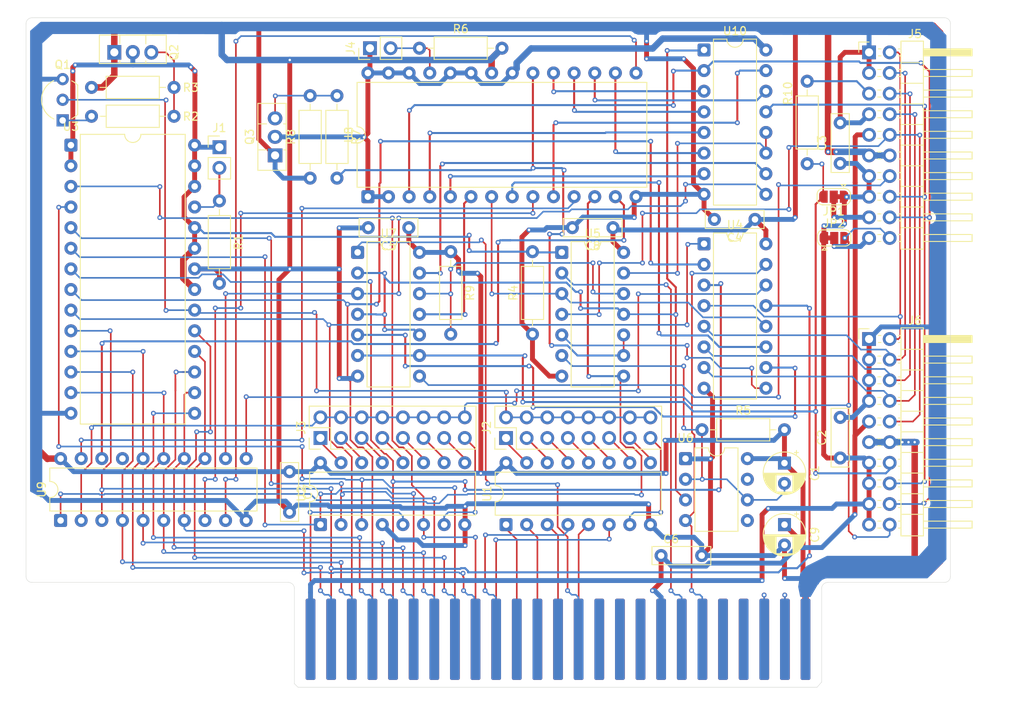
<source format=kicad_pcb>
(kicad_pcb
	(version 20241229)
	(generator "pcbnew")
	(generator_version "9.0")
	(general
		(thickness 1.6)
		(legacy_teardrops no)
	)
	(paper "A4")
	(layers
		(0 "F.Cu" signal)
		(2 "B.Cu" signal)
		(9 "F.Adhes" user "F.Adhesive")
		(11 "B.Adhes" user "B.Adhesive")
		(13 "F.Paste" user)
		(15 "B.Paste" user)
		(5 "F.SilkS" user "F.Silkscreen")
		(7 "B.SilkS" user "B.Silkscreen")
		(1 "F.Mask" user)
		(3 "B.Mask" user)
		(17 "Dwgs.User" user "User.Drawings")
		(19 "Cmts.User" user "User.Comments")
		(21 "Eco1.User" user "User.Eco1")
		(23 "Eco2.User" user "User.Eco2")
		(25 "Edge.Cuts" user)
		(27 "Margin" user)
		(31 "F.CrtYd" user "F.Courtyard")
		(29 "B.CrtYd" user "B.Courtyard")
		(35 "F.Fab" user)
		(33 "B.Fab" user)
		(39 "User.1" user)
		(41 "User.2" user)
		(43 "User.3" user)
		(45 "User.4" user)
	)
	(setup
		(pad_to_mask_clearance 0)
		(allow_soldermask_bridges_in_footprints no)
		(tenting front back)
		(pcbplotparams
			(layerselection 0x00000000_00000000_55555555_5755f5ff)
			(plot_on_all_layers_selection 0x00000000_00000000_00000000_00000000)
			(disableapertmacros no)
			(usegerberextensions no)
			(usegerberattributes yes)
			(usegerberadvancedattributes yes)
			(creategerberjobfile yes)
			(dashed_line_dash_ratio 12.000000)
			(dashed_line_gap_ratio 3.000000)
			(svgprecision 4)
			(plotframeref no)
			(mode 1)
			(useauxorigin no)
			(hpglpennumber 1)
			(hpglpenspeed 20)
			(hpglpendiameter 15.000000)
			(pdf_front_fp_property_popups yes)
			(pdf_back_fp_property_popups yes)
			(pdf_metadata yes)
			(pdf_single_document no)
			(dxfpolygonmode yes)
			(dxfimperialunits yes)
			(dxfusepcbnewfont yes)
			(psnegative no)
			(psa4output no)
			(plot_black_and_white yes)
			(sketchpadsonfab no)
			(plotpadnumbers no)
			(hidednponfab no)
			(sketchdnponfab yes)
			(crossoutdnponfab yes)
			(subtractmaskfromsilk no)
			(outputformat 1)
			(mirror no)
			(drillshape 1)
			(scaleselection 1)
			(outputdirectory "")
		)
	)
	(net 0 "")
	(net 1 "-12V")
	(net 2 "GND")
	(net 3 "+5V")
	(net 4 "Net-(U6-THR)")
	(net 5 "+12V")
	(net 6 "Net-(J1-Pin_2)")
	(net 7 "~{IOSEL}")
	(net 8 "Net-(J2-Pin_5)")
	(net 9 "Net-(J2-Pin_7)")
	(net 10 "/VCC_SWITCHED_1")
	(net 11 "Net-(J2-Pin_15)")
	(net 12 "Net-(J2-Pin_3)")
	(net 13 "Net-(J2-Pin_9)")
	(net 14 "Net-(J2-Pin_11)")
	(net 15 "Net-(J2-Pin_13)")
	(net 16 "Net-(J2-Pin_1)")
	(net 17 "Net-(J3-Pin_11)")
	(net 18 "Net-(J3-Pin_5)")
	(net 19 "Net-(J3-Pin_7)")
	(net 20 "Net-(J3-Pin_9)")
	(net 21 "Net-(J3-Pin_1)")
	(net 22 "Net-(J3-Pin_13)")
	(net 23 "Net-(J3-Pin_15)")
	(net 24 "Net-(J3-Pin_3)")
	(net 25 "Net-(J4-Pin_2)")
	(net 26 "/PH1")
	(net 27 "/PH0")
	(net 28 "/WR DATA")
	(net 29 "/W PROT")
	(net 30 "/RD DATA")
	(net 31 "/PH2")
	(net 32 "/PH3")
	(net 33 "Net-(J5-Pin_17)")
	(net 34 "/WR REQ")
	(net 35 "Net-(J5-Pin_19)")
	(net 36 "/~{ENBL 1}")
	(net 37 "Net-(J5-Pin_5)")
	(net 38 "/~{ENBL 2}")
	(net 39 "A12")
	(net 40 "D0")
	(net 41 "A10")
	(net 42 "A3")
	(net 43 "A14")
	(net 44 "D3")
	(net 45 "unconnected-(P1-Pin_40-Pad40)")
	(net 46 "2M")
	(net 47 "~{RESET}")
	(net 48 "unconnected-(P1-Pin_30-Pad30)")
	(net 49 "A4")
	(net 50 "~{EXTC}")
	(net 51 "unconnected-(P1-Pin_18-Pad18)")
	(net 52 "unconnected-(P1-Pin_38-Pad38)")
	(net 53 "D1")
	(net 54 "unconnected-(P1-Pin_29-Pad29)")
	(net 55 "A0")
	(net 56 "A15")
	(net 57 "D6")
	(net 58 "unconnected-(P1-Pin_36-Pad36)")
	(net 59 "A5")
	(net 60 "unconnected-(P1-Pin_22-Pad22)")
	(net 61 "~{EXTE}")
	(net 62 "Net-(P1-Pin_24)")
	(net 63 "~{EXT8}")
	(net 64 "unconnected-(P1-Pin_34-Pad34)")
	(net 65 "A8")
	(net 66 "D2")
	(net 67 "A2")
	(net 68 "D7")
	(net 69 "A7")
	(net 70 "Net-(P1-Pin_23)")
	(net 71 "A6")
	(net 72 "unconnected-(P1-Pin_21-Pad21)")
	(net 73 "~{EXT_MEM}")
	(net 74 "D4")
	(net 75 "D5")
	(net 76 "A9")
	(net 77 "A13")
	(net 78 "A11")
	(net 79 "unconnected-(P1-Pin_39-Pad39)")
	(net 80 "~{EXT6}")
	(net 81 "A1")
	(net 82 "Net-(Q1-E)")
	(net 83 "Net-(Q2-B)")
	(net 84 "Net-(Q3-B)")
	(net 85 "Net-(U8-~{CE})")
	(net 86 "Net-(R9-Pad2)")
	(net 87 "Net-(U4-Q6)")
	(net 88 "Net-(U4-Q5)")
	(net 89 "Net-(U4-Q7)")
	(net 90 "Net-(U4-Q4)")
	(net 91 "Net-(U10-D3)")
	(net 92 "Net-(U8-D1)")
	(net 93 "Net-(U10-~{Mr})")
	(net 94 "Net-(U8-A4)")
	(net 95 "Net-(U10-Q3)")
	(net 96 "Net-(U10-Cp)")
	(net 97 "Net-(U8-D3)")
	(net 98 "Net-(U10-Q5)")
	(net 99 "Net-(U10-Q2)")
	(net 100 "Net-(U8-A1)")
	(net 101 "Net-(U10-D2)")
	(net 102 "Net-(U8-D0)")
	(net 103 "Net-(U10-Q1)")
	(net 104 "unconnected-(U6-DIS-Pad7)")
	(net 105 "Net-(U10-D0)")
	(net 106 "unconnected-(U6-CV-Pad5)")
	(net 107 "Net-(U10-D5)")
	(net 108 "Net-(U8-D2)")
	(net 109 "Net-(U10-D1)")
	(net 110 "unconnected-(U9-Q7-Pad17)")
	(net 111 "/VCC_SWITCHED_2")
	(net 112 "/~{IOEN}")
	(net 113 "/~{DEVEN}")
	(footprint "Connector_PinHeader_2.54mm:PinHeader_1x02_P2.54mm_Vertical" (layer "F.Cu") (at 69.565185 66.517185))
	(footprint "Capacitor_THT:C_Rect_L7.0mm_W2.0mm_P5.00mm" (layer "F.Cu") (at 118.034185 76.423185 180))
	(footprint "Resistor_THT:R_Axial_DIN0207_L6.3mm_D2.5mm_P10.16mm_Horizontal" (layer "F.Cu") (at 94.203185 54.325185))
	(footprint "Connector_PinHeader_2.54mm:PinHeader_1x02_P2.54mm_Vertical" (layer "F.Cu") (at 88.107185 54.325185 90))
	(footprint "Capacitor_THT:CP_Radial_D5.0mm_P2.50mm" (layer "F.Cu") (at 139.161185 112.999185 -90))
	(footprint "Resistor_THT:R_Axial_DIN0207_L6.3mm_D2.5mm_P10.16mm_Horizontal" (layer "F.Cu") (at 84.043185 60.167185 -90))
	(footprint "Capacitor_THT:C_Rect_L7.0mm_W2.0mm_P5.00mm" (layer "F.Cu") (at 146.019185 104.791185 90))
	(footprint "Package_DIP:DIP-16_W7.62mm" (layer "F.Cu") (at 129.250185 54.539185))
	(footprint "Package_DIP:DIP-16_W7.62mm" (layer "F.Cu") (at 82.006185 112.994185 90))
	(footprint "Package_TO_SOT_THT:TO-92_Inline_Wide" (layer "F.Cu") (at 50.261185 63.215185 90))
	(footprint "Resistor_THT:R_Axial_DIN0207_L6.3mm_D2.5mm_P10.16mm_Horizontal" (layer "F.Cu") (at 141.955185 68.549185 90))
	(footprint "Capacitor_THT:CP_Radial_D5.0mm_P2.50mm" (layer "F.Cu") (at 139.156185 105.419185 -90))
	(footprint "Resistor_THT:R_Axial_DIN0207_L6.3mm_D2.5mm_P10.16mm_Horizontal" (layer "F.Cu") (at 53.817185 59.151185))
	(footprint "Package_DIP:DIP-16_W7.62mm" (layer "F.Cu") (at 104.866185 112.999185 90))
	(footprint "Package_DIP:DIP-28_W15.24mm" (layer "F.Cu") (at 87.853185 72.613185 90))
	(footprint "Package_DIP:DIP-14_W7.62mm" (layer "F.Cu") (at 111.729185 79.471185))
	(footprint "Resistor_THT:R_Axial_DIN0207_L6.3mm_D2.5mm_P10.16mm_Horizontal" (layer "F.Cu") (at 69.565185 73.121185 -90))
	(footprint "Capacitor_THT:C_Rect_L7.0mm_W2.0mm_P5.00mm" (layer "F.Cu") (at 146.019185 68.509185 90))
	(footprint "Jumper:SolderJumper-3_P1.3mm_Bridged12_RoundedPad1.0x1.5mm" (layer "F.Cu") (at 145.287185 77.693185))
	(footprint "Resistor_THT:R_Axial_DIN0207_L6.3mm_D2.5mm_P10.16mm_Horizontal" (layer "F.Cu") (at 98.053185 79.382185 -90))
	(footprint "Package_DIP:DIP-28_W15.24mm" (layer "F.Cu") (at 51.277185 66.263185))
	(footprint "Capacitor_THT:C_Rect_L7.0mm_W2.0mm_P5.00mm" (layer "F.Cu") (at 135.525185 75.407185 180))
	(footprint "Capacitor_THT:C_Rect_L7.0mm_W2.0mm_P5.00mm" (layer "F.Cu") (at 78.201185 106.475185 -90))
	(footprint "Capacitor_THT:C_Rect_L7.0mm_W2.0mm_P5.00mm" (layer "F.Cu") (at 92.893185 76.428185 180))
	(footprint "Package_TO_SOT_THT:TO-126-3_Vertical" (layer "F.Cu") (at 56.623185 54.833185))
	(footprint "Package_DIP:DIP-14_W7.62mm" (layer "F.Cu") (at 86.588185 79.471185))
	(footprint "Resistor_THT:R_Axial_DIN0207_L6.3mm_D2.5mm_P10.16mm_Horizontal"
		(layer "F.Cu")
		(uuid "a3fd79da-f5d5-4ae4-9621-898f304ff506")
		(at 128.996185 101.315185)
		(descr "Resistor, Axial_DIN0207 series, Axial, Horizontal, pin pitch=10.16mm, 0.25W = 1/4W, length*diameter=6.3*2.5mm^2, http://cdn-reichelt.de/documents/datenblatt/B400/1_4W%23YAG.pdf")
		(tags "Resistor Axial_DIN0207 series Axial Horizontal pin pitch 10.16mm 0.25W = 1/4W length 6.3mm diameter 2.5mm")
		(property "Reference" "R5"
			(at 5.08 -2.37 0)
			(layer "F.SilkS")
			(uuid "9c6b700b-b56f-454a-af08-cbb92ee0419a")
			(effects
				(font
					(size 1 1)
					(thickness 0.15)
				)
			)
		)
		(property "Value" "47K"
			(at 5.08 2.37 0)
			(layer "F.Fab")
			(uuid "59038263-5bfc-4502-9e63-17686569948d")
			(effects
				(font
					(size 1 1)
					(thickness 0.15)
				)
			)
		)
		(property "Datasheet" ""
			(at 0 0 0)
			(unlocked yes)
			(layer "F.Fab")
			(hide yes)
			(uuid "451e5c88-4e24-4863-a615-27044dbe0c7a")
			(effects
				(font
					(size 1.27 1.27)
					(thickness 0.15)
				)
			)
		)
		(property "Description" "Resistor, small symbol"
			(at 0 0 0)
			(unlocked yes)
			(layer "F.Fab")
			(hide yes)
			(uuid "ff008a55-37e8-44c0-bf53-7e7561ef5750")
			(effects
				(font
					(size 1.27 1.27)
					(thickness 0.15)
				)
			)
		)
		(property ki_fp_filters "R_*")
		(path "/0a9e3eae-f6aa-4726-95a0-baa5697c9c68")
		(sheetname "/")
		(sheetfile "TK2000_DiskInterface_REDUX.kicad_sch")
		(attr through_hole)
		(fp_line
			(start 1.04 0)
			(end 1.81 0)
			(stroke
				(width 0.12)
				(type solid)
			)
			(layer "F.SilkS")
			(uuid "a630116e-10dc-4ef2-a442-a6f0fd3f75eb")
		)
		(fp_line
			(start 1.81 -1.37)
			(end 1.81 1.37)
			(stroke
				(width 0.12)
				(type solid)
			)
			(layer "F.SilkS")
			(uuid "729f8d0c-d614-4153-be3b-6baa6e5385c4")
		)
		(fp_line
			(start 1.81 1.37)
			(end 8.35 1.37)
			(stroke
				(width 0.12)
				(type solid)
			)
			(layer "F.SilkS")
			(uuid "992273d0-000c-4bc0-bee8-f1216b2ba043")
		)
		(fp_line
			(start 8.35 -1.37)
			(end 1.81 -1.37)
			(stroke
				(width 0.12)
				(type solid)
			)
			(layer "F.SilkS")
			(uuid "a9b63733-6e81-455e-b6c1-451b64372f22")
		)
		(fp_line
			(start 8.35 1.37)
			(end 8.35 -1.37)
			(stroke
				(width 0.12)
				(type solid)
			)
			(layer "F.SilkS")
			(uuid "90083b9f-7d28-4ed0-a18e-c6019e6b0e30")
		)
		(fp_line
			(start 9.12 0)
			(end 8.35 0)
			(stroke
				(width 0.12)
				(type solid)
			)
			(layer "F.SilkS")
			(uuid "5694fe5b-57bc-4be2-8ef2-83bc8a9555e4")
		)
		(fp_line
			(start -1.05 -1.5)
			(end -1.05 1.5)
			(stroke
				(width 0.05)
				(type solid)
			)
			(layer "F.CrtYd")
			(uuid "87cd9991-4586-4e07-b07e-d88529961560")
		)
		(fp_line
			(start -1.05 1.5)
			(end 11.21 1.5)
			(stroke
				(width 0.05)
				(type solid)
			)
			(layer "F.CrtYd")
			(uuid "bd9f9d97-62c5-489d-88c0-53
... [389975 chars truncated]
</source>
